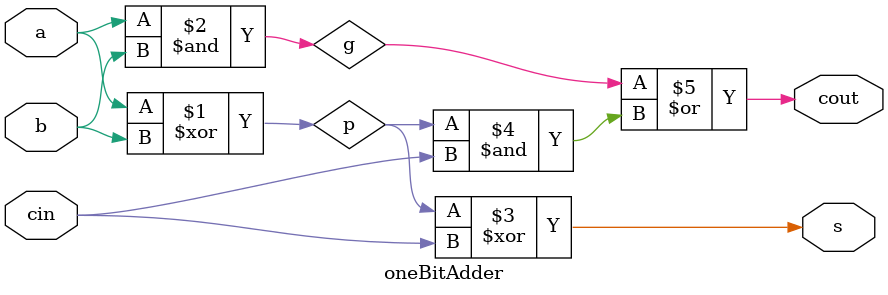
<source format=sv>
module oneBitAdder(input logic a ,b ,cin,
                   output logic s, cout);

  logic p, g;
  assign p = a ^ b;
  assign g = a & b;
  
  assign s = p ^ cin;
  assign cout = g | p & cin;
endmodule
</source>
